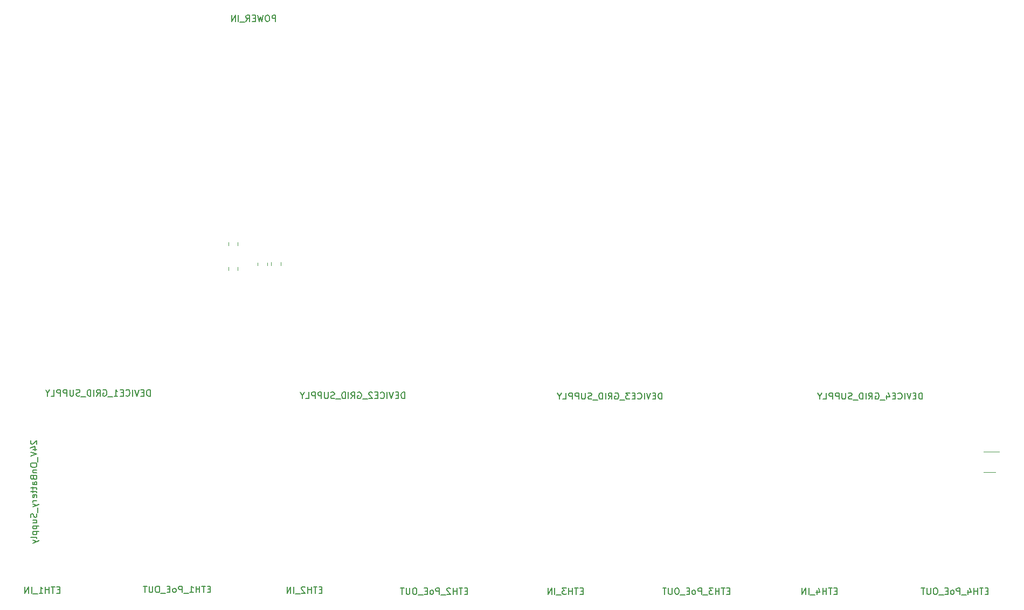
<source format=gbr>
%TF.GenerationSoftware,KiCad,Pcbnew,5.1.10*%
%TF.CreationDate,2021-11-10T11:01:34+01:00*%
%TF.ProjectId,Controller,436f6e74-726f-46c6-9c65-722e6b696361,rev?*%
%TF.SameCoordinates,Original*%
%TF.FileFunction,Legend,Bot*%
%TF.FilePolarity,Positive*%
%FSLAX46Y46*%
G04 Gerber Fmt 4.6, Leading zero omitted, Abs format (unit mm)*
G04 Created by KiCad (PCBNEW 5.1.10) date 2021-11-10 11:01:34*
%MOMM*%
%LPD*%
G01*
G04 APERTURE LIST*
%ADD10C,0.150000*%
%ADD11C,0.120000*%
G04 APERTURE END LIST*
D10*
X112452380Y-50552380D02*
X112452380Y-49552380D01*
X112071428Y-49552380D01*
X111976190Y-49600000D01*
X111928571Y-49647619D01*
X111880952Y-49742857D01*
X111880952Y-49885714D01*
X111928571Y-49980952D01*
X111976190Y-50028571D01*
X112071428Y-50076190D01*
X112452380Y-50076190D01*
X111261904Y-49552380D02*
X111071428Y-49552380D01*
X110976190Y-49600000D01*
X110880952Y-49695238D01*
X110833333Y-49885714D01*
X110833333Y-50219047D01*
X110880952Y-50409523D01*
X110976190Y-50504761D01*
X111071428Y-50552380D01*
X111261904Y-50552380D01*
X111357142Y-50504761D01*
X111452380Y-50409523D01*
X111500000Y-50219047D01*
X111500000Y-49885714D01*
X111452380Y-49695238D01*
X111357142Y-49600000D01*
X111261904Y-49552380D01*
X110500000Y-49552380D02*
X110261904Y-50552380D01*
X110071428Y-49838095D01*
X109880952Y-50552380D01*
X109642857Y-49552380D01*
X109261904Y-50028571D02*
X108928571Y-50028571D01*
X108785714Y-50552380D02*
X109261904Y-50552380D01*
X109261904Y-49552380D01*
X108785714Y-49552380D01*
X107785714Y-50552380D02*
X108119047Y-50076190D01*
X108357142Y-50552380D02*
X108357142Y-49552380D01*
X107976190Y-49552380D01*
X107880952Y-49600000D01*
X107833333Y-49647619D01*
X107785714Y-49742857D01*
X107785714Y-49885714D01*
X107833333Y-49980952D01*
X107880952Y-50028571D01*
X107976190Y-50076190D01*
X108357142Y-50076190D01*
X107595238Y-50647619D02*
X106833333Y-50647619D01*
X106595238Y-50552380D02*
X106595238Y-49552380D01*
X106119047Y-50552380D02*
X106119047Y-49552380D01*
X105547619Y-50552380D01*
X105547619Y-49552380D01*
X214042857Y-109952380D02*
X214042857Y-108952380D01*
X213804761Y-108952380D01*
X213661904Y-109000000D01*
X213566666Y-109095238D01*
X213519047Y-109190476D01*
X213471428Y-109380952D01*
X213471428Y-109523809D01*
X213519047Y-109714285D01*
X213566666Y-109809523D01*
X213661904Y-109904761D01*
X213804761Y-109952380D01*
X214042857Y-109952380D01*
X213042857Y-109428571D02*
X212709523Y-109428571D01*
X212566666Y-109952380D02*
X213042857Y-109952380D01*
X213042857Y-108952380D01*
X212566666Y-108952380D01*
X212280952Y-108952380D02*
X211947619Y-109952380D01*
X211614285Y-108952380D01*
X211280952Y-109952380D02*
X211280952Y-108952380D01*
X210233333Y-109857142D02*
X210280952Y-109904761D01*
X210423809Y-109952380D01*
X210519047Y-109952380D01*
X210661904Y-109904761D01*
X210757142Y-109809523D01*
X210804761Y-109714285D01*
X210852380Y-109523809D01*
X210852380Y-109380952D01*
X210804761Y-109190476D01*
X210757142Y-109095238D01*
X210661904Y-109000000D01*
X210519047Y-108952380D01*
X210423809Y-108952380D01*
X210280952Y-109000000D01*
X210233333Y-109047619D01*
X209804761Y-109428571D02*
X209471428Y-109428571D01*
X209328571Y-109952380D02*
X209804761Y-109952380D01*
X209804761Y-108952380D01*
X209328571Y-108952380D01*
X208471428Y-109285714D02*
X208471428Y-109952380D01*
X208709523Y-108904761D02*
X208947619Y-109619047D01*
X208328571Y-109619047D01*
X208185714Y-110047619D02*
X207423809Y-110047619D01*
X206661904Y-109000000D02*
X206757142Y-108952380D01*
X206900000Y-108952380D01*
X207042857Y-109000000D01*
X207138095Y-109095238D01*
X207185714Y-109190476D01*
X207233333Y-109380952D01*
X207233333Y-109523809D01*
X207185714Y-109714285D01*
X207138095Y-109809523D01*
X207042857Y-109904761D01*
X206900000Y-109952380D01*
X206804761Y-109952380D01*
X206661904Y-109904761D01*
X206614285Y-109857142D01*
X206614285Y-109523809D01*
X206804761Y-109523809D01*
X205614285Y-109952380D02*
X205947619Y-109476190D01*
X206185714Y-109952380D02*
X206185714Y-108952380D01*
X205804761Y-108952380D01*
X205709523Y-109000000D01*
X205661904Y-109047619D01*
X205614285Y-109142857D01*
X205614285Y-109285714D01*
X205661904Y-109380952D01*
X205709523Y-109428571D01*
X205804761Y-109476190D01*
X206185714Y-109476190D01*
X205185714Y-109952380D02*
X205185714Y-108952380D01*
X204709523Y-109952380D02*
X204709523Y-108952380D01*
X204471428Y-108952380D01*
X204328571Y-109000000D01*
X204233333Y-109095238D01*
X204185714Y-109190476D01*
X204138095Y-109380952D01*
X204138095Y-109523809D01*
X204185714Y-109714285D01*
X204233333Y-109809523D01*
X204328571Y-109904761D01*
X204471428Y-109952380D01*
X204709523Y-109952380D01*
X203947619Y-110047619D02*
X203185714Y-110047619D01*
X202995238Y-109904761D02*
X202852380Y-109952380D01*
X202614285Y-109952380D01*
X202519047Y-109904761D01*
X202471428Y-109857142D01*
X202423809Y-109761904D01*
X202423809Y-109666666D01*
X202471428Y-109571428D01*
X202519047Y-109523809D01*
X202614285Y-109476190D01*
X202804761Y-109428571D01*
X202900000Y-109380952D01*
X202947619Y-109333333D01*
X202995238Y-109238095D01*
X202995238Y-109142857D01*
X202947619Y-109047619D01*
X202900000Y-109000000D01*
X202804761Y-108952380D01*
X202566666Y-108952380D01*
X202423809Y-109000000D01*
X201995238Y-108952380D02*
X201995238Y-109761904D01*
X201947619Y-109857142D01*
X201900000Y-109904761D01*
X201804761Y-109952380D01*
X201614285Y-109952380D01*
X201519047Y-109904761D01*
X201471428Y-109857142D01*
X201423809Y-109761904D01*
X201423809Y-108952380D01*
X200947619Y-109952380D02*
X200947619Y-108952380D01*
X200566666Y-108952380D01*
X200471428Y-109000000D01*
X200423809Y-109047619D01*
X200376190Y-109142857D01*
X200376190Y-109285714D01*
X200423809Y-109380952D01*
X200471428Y-109428571D01*
X200566666Y-109476190D01*
X200947619Y-109476190D01*
X199947619Y-109952380D02*
X199947619Y-108952380D01*
X199566666Y-108952380D01*
X199471428Y-109000000D01*
X199423809Y-109047619D01*
X199376190Y-109142857D01*
X199376190Y-109285714D01*
X199423809Y-109380952D01*
X199471428Y-109428571D01*
X199566666Y-109476190D01*
X199947619Y-109476190D01*
X198471428Y-109952380D02*
X198947619Y-109952380D01*
X198947619Y-108952380D01*
X197947619Y-109476190D02*
X197947619Y-109952380D01*
X198280952Y-108952380D02*
X197947619Y-109476190D01*
X197614285Y-108952380D01*
X173142857Y-109952380D02*
X173142857Y-108952380D01*
X172904761Y-108952380D01*
X172761904Y-109000000D01*
X172666666Y-109095238D01*
X172619047Y-109190476D01*
X172571428Y-109380952D01*
X172571428Y-109523809D01*
X172619047Y-109714285D01*
X172666666Y-109809523D01*
X172761904Y-109904761D01*
X172904761Y-109952380D01*
X173142857Y-109952380D01*
X172142857Y-109428571D02*
X171809523Y-109428571D01*
X171666666Y-109952380D02*
X172142857Y-109952380D01*
X172142857Y-108952380D01*
X171666666Y-108952380D01*
X171380952Y-108952380D02*
X171047619Y-109952380D01*
X170714285Y-108952380D01*
X170380952Y-109952380D02*
X170380952Y-108952380D01*
X169333333Y-109857142D02*
X169380952Y-109904761D01*
X169523809Y-109952380D01*
X169619047Y-109952380D01*
X169761904Y-109904761D01*
X169857142Y-109809523D01*
X169904761Y-109714285D01*
X169952380Y-109523809D01*
X169952380Y-109380952D01*
X169904761Y-109190476D01*
X169857142Y-109095238D01*
X169761904Y-109000000D01*
X169619047Y-108952380D01*
X169523809Y-108952380D01*
X169380952Y-109000000D01*
X169333333Y-109047619D01*
X168904761Y-109428571D02*
X168571428Y-109428571D01*
X168428571Y-109952380D02*
X168904761Y-109952380D01*
X168904761Y-108952380D01*
X168428571Y-108952380D01*
X168095238Y-108952380D02*
X167476190Y-108952380D01*
X167809523Y-109333333D01*
X167666666Y-109333333D01*
X167571428Y-109380952D01*
X167523809Y-109428571D01*
X167476190Y-109523809D01*
X167476190Y-109761904D01*
X167523809Y-109857142D01*
X167571428Y-109904761D01*
X167666666Y-109952380D01*
X167952380Y-109952380D01*
X168047619Y-109904761D01*
X168095238Y-109857142D01*
X167285714Y-110047619D02*
X166523809Y-110047619D01*
X165761904Y-109000000D02*
X165857142Y-108952380D01*
X166000000Y-108952380D01*
X166142857Y-109000000D01*
X166238095Y-109095238D01*
X166285714Y-109190476D01*
X166333333Y-109380952D01*
X166333333Y-109523809D01*
X166285714Y-109714285D01*
X166238095Y-109809523D01*
X166142857Y-109904761D01*
X166000000Y-109952380D01*
X165904761Y-109952380D01*
X165761904Y-109904761D01*
X165714285Y-109857142D01*
X165714285Y-109523809D01*
X165904761Y-109523809D01*
X164714285Y-109952380D02*
X165047619Y-109476190D01*
X165285714Y-109952380D02*
X165285714Y-108952380D01*
X164904761Y-108952380D01*
X164809523Y-109000000D01*
X164761904Y-109047619D01*
X164714285Y-109142857D01*
X164714285Y-109285714D01*
X164761904Y-109380952D01*
X164809523Y-109428571D01*
X164904761Y-109476190D01*
X165285714Y-109476190D01*
X164285714Y-109952380D02*
X164285714Y-108952380D01*
X163809523Y-109952380D02*
X163809523Y-108952380D01*
X163571428Y-108952380D01*
X163428571Y-109000000D01*
X163333333Y-109095238D01*
X163285714Y-109190476D01*
X163238095Y-109380952D01*
X163238095Y-109523809D01*
X163285714Y-109714285D01*
X163333333Y-109809523D01*
X163428571Y-109904761D01*
X163571428Y-109952380D01*
X163809523Y-109952380D01*
X163047619Y-110047619D02*
X162285714Y-110047619D01*
X162095238Y-109904761D02*
X161952380Y-109952380D01*
X161714285Y-109952380D01*
X161619047Y-109904761D01*
X161571428Y-109857142D01*
X161523809Y-109761904D01*
X161523809Y-109666666D01*
X161571428Y-109571428D01*
X161619047Y-109523809D01*
X161714285Y-109476190D01*
X161904761Y-109428571D01*
X162000000Y-109380952D01*
X162047619Y-109333333D01*
X162095238Y-109238095D01*
X162095238Y-109142857D01*
X162047619Y-109047619D01*
X162000000Y-109000000D01*
X161904761Y-108952380D01*
X161666666Y-108952380D01*
X161523809Y-109000000D01*
X161095238Y-108952380D02*
X161095238Y-109761904D01*
X161047619Y-109857142D01*
X161000000Y-109904761D01*
X160904761Y-109952380D01*
X160714285Y-109952380D01*
X160619047Y-109904761D01*
X160571428Y-109857142D01*
X160523809Y-109761904D01*
X160523809Y-108952380D01*
X160047619Y-109952380D02*
X160047619Y-108952380D01*
X159666666Y-108952380D01*
X159571428Y-109000000D01*
X159523809Y-109047619D01*
X159476190Y-109142857D01*
X159476190Y-109285714D01*
X159523809Y-109380952D01*
X159571428Y-109428571D01*
X159666666Y-109476190D01*
X160047619Y-109476190D01*
X159047619Y-109952380D02*
X159047619Y-108952380D01*
X158666666Y-108952380D01*
X158571428Y-109000000D01*
X158523809Y-109047619D01*
X158476190Y-109142857D01*
X158476190Y-109285714D01*
X158523809Y-109380952D01*
X158571428Y-109428571D01*
X158666666Y-109476190D01*
X159047619Y-109476190D01*
X157571428Y-109952380D02*
X158047619Y-109952380D01*
X158047619Y-108952380D01*
X157047619Y-109476190D02*
X157047619Y-109952380D01*
X157380952Y-108952380D02*
X157047619Y-109476190D01*
X156714285Y-108952380D01*
X132742857Y-109852380D02*
X132742857Y-108852380D01*
X132504761Y-108852380D01*
X132361904Y-108900000D01*
X132266666Y-108995238D01*
X132219047Y-109090476D01*
X132171428Y-109280952D01*
X132171428Y-109423809D01*
X132219047Y-109614285D01*
X132266666Y-109709523D01*
X132361904Y-109804761D01*
X132504761Y-109852380D01*
X132742857Y-109852380D01*
X131742857Y-109328571D02*
X131409523Y-109328571D01*
X131266666Y-109852380D02*
X131742857Y-109852380D01*
X131742857Y-108852380D01*
X131266666Y-108852380D01*
X130980952Y-108852380D02*
X130647619Y-109852380D01*
X130314285Y-108852380D01*
X129980952Y-109852380D02*
X129980952Y-108852380D01*
X128933333Y-109757142D02*
X128980952Y-109804761D01*
X129123809Y-109852380D01*
X129219047Y-109852380D01*
X129361904Y-109804761D01*
X129457142Y-109709523D01*
X129504761Y-109614285D01*
X129552380Y-109423809D01*
X129552380Y-109280952D01*
X129504761Y-109090476D01*
X129457142Y-108995238D01*
X129361904Y-108900000D01*
X129219047Y-108852380D01*
X129123809Y-108852380D01*
X128980952Y-108900000D01*
X128933333Y-108947619D01*
X128504761Y-109328571D02*
X128171428Y-109328571D01*
X128028571Y-109852380D02*
X128504761Y-109852380D01*
X128504761Y-108852380D01*
X128028571Y-108852380D01*
X127647619Y-108947619D02*
X127600000Y-108900000D01*
X127504761Y-108852380D01*
X127266666Y-108852380D01*
X127171428Y-108900000D01*
X127123809Y-108947619D01*
X127076190Y-109042857D01*
X127076190Y-109138095D01*
X127123809Y-109280952D01*
X127695238Y-109852380D01*
X127076190Y-109852380D01*
X126885714Y-109947619D02*
X126123809Y-109947619D01*
X125361904Y-108900000D02*
X125457142Y-108852380D01*
X125600000Y-108852380D01*
X125742857Y-108900000D01*
X125838095Y-108995238D01*
X125885714Y-109090476D01*
X125933333Y-109280952D01*
X125933333Y-109423809D01*
X125885714Y-109614285D01*
X125838095Y-109709523D01*
X125742857Y-109804761D01*
X125600000Y-109852380D01*
X125504761Y-109852380D01*
X125361904Y-109804761D01*
X125314285Y-109757142D01*
X125314285Y-109423809D01*
X125504761Y-109423809D01*
X124314285Y-109852380D02*
X124647619Y-109376190D01*
X124885714Y-109852380D02*
X124885714Y-108852380D01*
X124504761Y-108852380D01*
X124409523Y-108900000D01*
X124361904Y-108947619D01*
X124314285Y-109042857D01*
X124314285Y-109185714D01*
X124361904Y-109280952D01*
X124409523Y-109328571D01*
X124504761Y-109376190D01*
X124885714Y-109376190D01*
X123885714Y-109852380D02*
X123885714Y-108852380D01*
X123409523Y-109852380D02*
X123409523Y-108852380D01*
X123171428Y-108852380D01*
X123028571Y-108900000D01*
X122933333Y-108995238D01*
X122885714Y-109090476D01*
X122838095Y-109280952D01*
X122838095Y-109423809D01*
X122885714Y-109614285D01*
X122933333Y-109709523D01*
X123028571Y-109804761D01*
X123171428Y-109852380D01*
X123409523Y-109852380D01*
X122647619Y-109947619D02*
X121885714Y-109947619D01*
X121695238Y-109804761D02*
X121552380Y-109852380D01*
X121314285Y-109852380D01*
X121219047Y-109804761D01*
X121171428Y-109757142D01*
X121123809Y-109661904D01*
X121123809Y-109566666D01*
X121171428Y-109471428D01*
X121219047Y-109423809D01*
X121314285Y-109376190D01*
X121504761Y-109328571D01*
X121600000Y-109280952D01*
X121647619Y-109233333D01*
X121695238Y-109138095D01*
X121695238Y-109042857D01*
X121647619Y-108947619D01*
X121600000Y-108900000D01*
X121504761Y-108852380D01*
X121266666Y-108852380D01*
X121123809Y-108900000D01*
X120695238Y-108852380D02*
X120695238Y-109661904D01*
X120647619Y-109757142D01*
X120600000Y-109804761D01*
X120504761Y-109852380D01*
X120314285Y-109852380D01*
X120219047Y-109804761D01*
X120171428Y-109757142D01*
X120123809Y-109661904D01*
X120123809Y-108852380D01*
X119647619Y-109852380D02*
X119647619Y-108852380D01*
X119266666Y-108852380D01*
X119171428Y-108900000D01*
X119123809Y-108947619D01*
X119076190Y-109042857D01*
X119076190Y-109185714D01*
X119123809Y-109280952D01*
X119171428Y-109328571D01*
X119266666Y-109376190D01*
X119647619Y-109376190D01*
X118647619Y-109852380D02*
X118647619Y-108852380D01*
X118266666Y-108852380D01*
X118171428Y-108900000D01*
X118123809Y-108947619D01*
X118076190Y-109042857D01*
X118076190Y-109185714D01*
X118123809Y-109280952D01*
X118171428Y-109328571D01*
X118266666Y-109376190D01*
X118647619Y-109376190D01*
X117171428Y-109852380D02*
X117647619Y-109852380D01*
X117647619Y-108852380D01*
X116647619Y-109376190D02*
X116647619Y-109852380D01*
X116980952Y-108852380D02*
X116647619Y-109376190D01*
X116314285Y-108852380D01*
X92742857Y-109452380D02*
X92742857Y-108452380D01*
X92504761Y-108452380D01*
X92361904Y-108500000D01*
X92266666Y-108595238D01*
X92219047Y-108690476D01*
X92171428Y-108880952D01*
X92171428Y-109023809D01*
X92219047Y-109214285D01*
X92266666Y-109309523D01*
X92361904Y-109404761D01*
X92504761Y-109452380D01*
X92742857Y-109452380D01*
X91742857Y-108928571D02*
X91409523Y-108928571D01*
X91266666Y-109452380D02*
X91742857Y-109452380D01*
X91742857Y-108452380D01*
X91266666Y-108452380D01*
X90980952Y-108452380D02*
X90647619Y-109452380D01*
X90314285Y-108452380D01*
X89980952Y-109452380D02*
X89980952Y-108452380D01*
X88933333Y-109357142D02*
X88980952Y-109404761D01*
X89123809Y-109452380D01*
X89219047Y-109452380D01*
X89361904Y-109404761D01*
X89457142Y-109309523D01*
X89504761Y-109214285D01*
X89552380Y-109023809D01*
X89552380Y-108880952D01*
X89504761Y-108690476D01*
X89457142Y-108595238D01*
X89361904Y-108500000D01*
X89219047Y-108452380D01*
X89123809Y-108452380D01*
X88980952Y-108500000D01*
X88933333Y-108547619D01*
X88504761Y-108928571D02*
X88171428Y-108928571D01*
X88028571Y-109452380D02*
X88504761Y-109452380D01*
X88504761Y-108452380D01*
X88028571Y-108452380D01*
X87076190Y-109452380D02*
X87647619Y-109452380D01*
X87361904Y-109452380D02*
X87361904Y-108452380D01*
X87457142Y-108595238D01*
X87552380Y-108690476D01*
X87647619Y-108738095D01*
X86885714Y-109547619D02*
X86123809Y-109547619D01*
X85361904Y-108500000D02*
X85457142Y-108452380D01*
X85600000Y-108452380D01*
X85742857Y-108500000D01*
X85838095Y-108595238D01*
X85885714Y-108690476D01*
X85933333Y-108880952D01*
X85933333Y-109023809D01*
X85885714Y-109214285D01*
X85838095Y-109309523D01*
X85742857Y-109404761D01*
X85600000Y-109452380D01*
X85504761Y-109452380D01*
X85361904Y-109404761D01*
X85314285Y-109357142D01*
X85314285Y-109023809D01*
X85504761Y-109023809D01*
X84314285Y-109452380D02*
X84647619Y-108976190D01*
X84885714Y-109452380D02*
X84885714Y-108452380D01*
X84504761Y-108452380D01*
X84409523Y-108500000D01*
X84361904Y-108547619D01*
X84314285Y-108642857D01*
X84314285Y-108785714D01*
X84361904Y-108880952D01*
X84409523Y-108928571D01*
X84504761Y-108976190D01*
X84885714Y-108976190D01*
X83885714Y-109452380D02*
X83885714Y-108452380D01*
X83409523Y-109452380D02*
X83409523Y-108452380D01*
X83171428Y-108452380D01*
X83028571Y-108500000D01*
X82933333Y-108595238D01*
X82885714Y-108690476D01*
X82838095Y-108880952D01*
X82838095Y-109023809D01*
X82885714Y-109214285D01*
X82933333Y-109309523D01*
X83028571Y-109404761D01*
X83171428Y-109452380D01*
X83409523Y-109452380D01*
X82647619Y-109547619D02*
X81885714Y-109547619D01*
X81695238Y-109404761D02*
X81552380Y-109452380D01*
X81314285Y-109452380D01*
X81219047Y-109404761D01*
X81171428Y-109357142D01*
X81123809Y-109261904D01*
X81123809Y-109166666D01*
X81171428Y-109071428D01*
X81219047Y-109023809D01*
X81314285Y-108976190D01*
X81504761Y-108928571D01*
X81600000Y-108880952D01*
X81647619Y-108833333D01*
X81695238Y-108738095D01*
X81695238Y-108642857D01*
X81647619Y-108547619D01*
X81600000Y-108500000D01*
X81504761Y-108452380D01*
X81266666Y-108452380D01*
X81123809Y-108500000D01*
X80695238Y-108452380D02*
X80695238Y-109261904D01*
X80647619Y-109357142D01*
X80600000Y-109404761D01*
X80504761Y-109452380D01*
X80314285Y-109452380D01*
X80219047Y-109404761D01*
X80171428Y-109357142D01*
X80123809Y-109261904D01*
X80123809Y-108452380D01*
X79647619Y-109452380D02*
X79647619Y-108452380D01*
X79266666Y-108452380D01*
X79171428Y-108500000D01*
X79123809Y-108547619D01*
X79076190Y-108642857D01*
X79076190Y-108785714D01*
X79123809Y-108880952D01*
X79171428Y-108928571D01*
X79266666Y-108976190D01*
X79647619Y-108976190D01*
X78647619Y-109452380D02*
X78647619Y-108452380D01*
X78266666Y-108452380D01*
X78171428Y-108500000D01*
X78123809Y-108547619D01*
X78076190Y-108642857D01*
X78076190Y-108785714D01*
X78123809Y-108880952D01*
X78171428Y-108928571D01*
X78266666Y-108976190D01*
X78647619Y-108976190D01*
X77171428Y-109452380D02*
X77647619Y-109452380D01*
X77647619Y-108452380D01*
X76647619Y-108976190D02*
X76647619Y-109452380D01*
X76980952Y-108452380D02*
X76647619Y-108976190D01*
X76314285Y-108452380D01*
X74047619Y-116452380D02*
X74000000Y-116500000D01*
X73952380Y-116595238D01*
X73952380Y-116833333D01*
X74000000Y-116928571D01*
X74047619Y-116976190D01*
X74142857Y-117023809D01*
X74238095Y-117023809D01*
X74380952Y-116976190D01*
X74952380Y-116404761D01*
X74952380Y-117023809D01*
X74285714Y-117880952D02*
X74952380Y-117880952D01*
X73904761Y-117642857D02*
X74619047Y-117404761D01*
X74619047Y-118023809D01*
X73952380Y-118261904D02*
X74952380Y-118595238D01*
X73952380Y-118928571D01*
X75047619Y-119023809D02*
X75047619Y-119785714D01*
X73952380Y-120214285D02*
X73952380Y-120404761D01*
X74000000Y-120500000D01*
X74095238Y-120595238D01*
X74285714Y-120642857D01*
X74619047Y-120642857D01*
X74809523Y-120595238D01*
X74904761Y-120500000D01*
X74952380Y-120404761D01*
X74952380Y-120214285D01*
X74904761Y-120119047D01*
X74809523Y-120023809D01*
X74619047Y-119976190D01*
X74285714Y-119976190D01*
X74095238Y-120023809D01*
X74000000Y-120119047D01*
X73952380Y-120214285D01*
X74285714Y-121071428D02*
X74952380Y-121071428D01*
X74380952Y-121071428D02*
X74333333Y-121119047D01*
X74285714Y-121214285D01*
X74285714Y-121357142D01*
X74333333Y-121452380D01*
X74428571Y-121500000D01*
X74952380Y-121500000D01*
X74428571Y-122309523D02*
X74476190Y-122452380D01*
X74523809Y-122500000D01*
X74619047Y-122547619D01*
X74761904Y-122547619D01*
X74857142Y-122500000D01*
X74904761Y-122452380D01*
X74952380Y-122357142D01*
X74952380Y-121976190D01*
X73952380Y-121976190D01*
X73952380Y-122309523D01*
X74000000Y-122404761D01*
X74047619Y-122452380D01*
X74142857Y-122500000D01*
X74238095Y-122500000D01*
X74333333Y-122452380D01*
X74380952Y-122404761D01*
X74428571Y-122309523D01*
X74428571Y-121976190D01*
X74952380Y-123404761D02*
X74428571Y-123404761D01*
X74333333Y-123357142D01*
X74285714Y-123261904D01*
X74285714Y-123071428D01*
X74333333Y-122976190D01*
X74904761Y-123404761D02*
X74952380Y-123309523D01*
X74952380Y-123071428D01*
X74904761Y-122976190D01*
X74809523Y-122928571D01*
X74714285Y-122928571D01*
X74619047Y-122976190D01*
X74571428Y-123071428D01*
X74571428Y-123309523D01*
X74523809Y-123404761D01*
X74285714Y-123738095D02*
X74285714Y-124119047D01*
X73952380Y-123880952D02*
X74809523Y-123880952D01*
X74904761Y-123928571D01*
X74952380Y-124023809D01*
X74952380Y-124119047D01*
X74285714Y-124309523D02*
X74285714Y-124690476D01*
X73952380Y-124452380D02*
X74809523Y-124452380D01*
X74904761Y-124500000D01*
X74952380Y-124595238D01*
X74952380Y-124690476D01*
X74904761Y-125404761D02*
X74952380Y-125309523D01*
X74952380Y-125119047D01*
X74904761Y-125023809D01*
X74809523Y-124976190D01*
X74428571Y-124976190D01*
X74333333Y-125023809D01*
X74285714Y-125119047D01*
X74285714Y-125309523D01*
X74333333Y-125404761D01*
X74428571Y-125452380D01*
X74523809Y-125452380D01*
X74619047Y-124976190D01*
X74952380Y-125880952D02*
X74285714Y-125880952D01*
X74476190Y-125880952D02*
X74380952Y-125928571D01*
X74333333Y-125976190D01*
X74285714Y-126071428D01*
X74285714Y-126166666D01*
X74285714Y-126404761D02*
X74952380Y-126642857D01*
X74285714Y-126880952D02*
X74952380Y-126642857D01*
X75190476Y-126547619D01*
X75238095Y-126500000D01*
X75285714Y-126404761D01*
X75047619Y-127023809D02*
X75047619Y-127785714D01*
X74904761Y-127976190D02*
X74952380Y-128119047D01*
X74952380Y-128357142D01*
X74904761Y-128452380D01*
X74857142Y-128500000D01*
X74761904Y-128547619D01*
X74666666Y-128547619D01*
X74571428Y-128500000D01*
X74523809Y-128452380D01*
X74476190Y-128357142D01*
X74428571Y-128166666D01*
X74380952Y-128071428D01*
X74333333Y-128023809D01*
X74238095Y-127976190D01*
X74142857Y-127976190D01*
X74047619Y-128023809D01*
X74000000Y-128071428D01*
X73952380Y-128166666D01*
X73952380Y-128404761D01*
X74000000Y-128547619D01*
X74285714Y-129404761D02*
X74952380Y-129404761D01*
X74285714Y-128976190D02*
X74809523Y-128976190D01*
X74904761Y-129023809D01*
X74952380Y-129119047D01*
X74952380Y-129261904D01*
X74904761Y-129357142D01*
X74857142Y-129404761D01*
X74285714Y-129880952D02*
X75285714Y-129880952D01*
X74333333Y-129880952D02*
X74285714Y-129976190D01*
X74285714Y-130166666D01*
X74333333Y-130261904D01*
X74380952Y-130309523D01*
X74476190Y-130357142D01*
X74761904Y-130357142D01*
X74857142Y-130309523D01*
X74904761Y-130261904D01*
X74952380Y-130166666D01*
X74952380Y-129976190D01*
X74904761Y-129880952D01*
X74285714Y-130785714D02*
X75285714Y-130785714D01*
X74333333Y-130785714D02*
X74285714Y-130880952D01*
X74285714Y-131071428D01*
X74333333Y-131166666D01*
X74380952Y-131214285D01*
X74476190Y-131261904D01*
X74761904Y-131261904D01*
X74857142Y-131214285D01*
X74904761Y-131166666D01*
X74952380Y-131071428D01*
X74952380Y-130880952D01*
X74904761Y-130785714D01*
X74952380Y-131833333D02*
X74904761Y-131738095D01*
X74809523Y-131690476D01*
X73952380Y-131690476D01*
X74285714Y-132119047D02*
X74952380Y-132357142D01*
X74285714Y-132595238D02*
X74952380Y-132357142D01*
X75190476Y-132261904D01*
X75238095Y-132214285D01*
X75285714Y-132119047D01*
X224390476Y-140128571D02*
X224057142Y-140128571D01*
X223914285Y-140652380D02*
X224390476Y-140652380D01*
X224390476Y-139652380D01*
X223914285Y-139652380D01*
X223628571Y-139652380D02*
X223057142Y-139652380D01*
X223342857Y-140652380D02*
X223342857Y-139652380D01*
X222723809Y-140652380D02*
X222723809Y-139652380D01*
X222723809Y-140128571D02*
X222152380Y-140128571D01*
X222152380Y-140652380D02*
X222152380Y-139652380D01*
X221247619Y-139985714D02*
X221247619Y-140652380D01*
X221485714Y-139604761D02*
X221723809Y-140319047D01*
X221104761Y-140319047D01*
X220961904Y-140747619D02*
X220200000Y-140747619D01*
X219961904Y-140652380D02*
X219961904Y-139652380D01*
X219580952Y-139652380D01*
X219485714Y-139700000D01*
X219438095Y-139747619D01*
X219390476Y-139842857D01*
X219390476Y-139985714D01*
X219438095Y-140080952D01*
X219485714Y-140128571D01*
X219580952Y-140176190D01*
X219961904Y-140176190D01*
X218819047Y-140652380D02*
X218914285Y-140604761D01*
X218961904Y-140557142D01*
X219009523Y-140461904D01*
X219009523Y-140176190D01*
X218961904Y-140080952D01*
X218914285Y-140033333D01*
X218819047Y-139985714D01*
X218676190Y-139985714D01*
X218580952Y-140033333D01*
X218533333Y-140080952D01*
X218485714Y-140176190D01*
X218485714Y-140461904D01*
X218533333Y-140557142D01*
X218580952Y-140604761D01*
X218676190Y-140652380D01*
X218819047Y-140652380D01*
X218057142Y-140128571D02*
X217723809Y-140128571D01*
X217580952Y-140652380D02*
X218057142Y-140652380D01*
X218057142Y-139652380D01*
X217580952Y-139652380D01*
X217390476Y-140747619D02*
X216628571Y-140747619D01*
X216200000Y-139652380D02*
X216009523Y-139652380D01*
X215914285Y-139700000D01*
X215819047Y-139795238D01*
X215771428Y-139985714D01*
X215771428Y-140319047D01*
X215819047Y-140509523D01*
X215914285Y-140604761D01*
X216009523Y-140652380D01*
X216200000Y-140652380D01*
X216295238Y-140604761D01*
X216390476Y-140509523D01*
X216438095Y-140319047D01*
X216438095Y-139985714D01*
X216390476Y-139795238D01*
X216295238Y-139700000D01*
X216200000Y-139652380D01*
X215342857Y-139652380D02*
X215342857Y-140461904D01*
X215295238Y-140557142D01*
X215247619Y-140604761D01*
X215152380Y-140652380D01*
X214961904Y-140652380D01*
X214866666Y-140604761D01*
X214819047Y-140557142D01*
X214771428Y-140461904D01*
X214771428Y-139652380D01*
X214438095Y-139652380D02*
X213866666Y-139652380D01*
X214152380Y-140652380D02*
X214152380Y-139652380D01*
X200638095Y-140128571D02*
X200304761Y-140128571D01*
X200161904Y-140652380D02*
X200638095Y-140652380D01*
X200638095Y-139652380D01*
X200161904Y-139652380D01*
X199876190Y-139652380D02*
X199304761Y-139652380D01*
X199590476Y-140652380D02*
X199590476Y-139652380D01*
X198971428Y-140652380D02*
X198971428Y-139652380D01*
X198971428Y-140128571D02*
X198400000Y-140128571D01*
X198400000Y-140652380D02*
X198400000Y-139652380D01*
X197495238Y-139985714D02*
X197495238Y-140652380D01*
X197733333Y-139604761D02*
X197971428Y-140319047D01*
X197352380Y-140319047D01*
X197209523Y-140747619D02*
X196447619Y-140747619D01*
X196209523Y-140652380D02*
X196209523Y-139652380D01*
X195733333Y-140652380D02*
X195733333Y-139652380D01*
X195161904Y-140652380D01*
X195161904Y-139652380D01*
X183790476Y-140128571D02*
X183457142Y-140128571D01*
X183314285Y-140652380D02*
X183790476Y-140652380D01*
X183790476Y-139652380D01*
X183314285Y-139652380D01*
X183028571Y-139652380D02*
X182457142Y-139652380D01*
X182742857Y-140652380D02*
X182742857Y-139652380D01*
X182123809Y-140652380D02*
X182123809Y-139652380D01*
X182123809Y-140128571D02*
X181552380Y-140128571D01*
X181552380Y-140652380D02*
X181552380Y-139652380D01*
X181171428Y-139652380D02*
X180552380Y-139652380D01*
X180885714Y-140033333D01*
X180742857Y-140033333D01*
X180647619Y-140080952D01*
X180600000Y-140128571D01*
X180552380Y-140223809D01*
X180552380Y-140461904D01*
X180600000Y-140557142D01*
X180647619Y-140604761D01*
X180742857Y-140652380D01*
X181028571Y-140652380D01*
X181123809Y-140604761D01*
X181171428Y-140557142D01*
X180361904Y-140747619D02*
X179600000Y-140747619D01*
X179361904Y-140652380D02*
X179361904Y-139652380D01*
X178980952Y-139652380D01*
X178885714Y-139700000D01*
X178838095Y-139747619D01*
X178790476Y-139842857D01*
X178790476Y-139985714D01*
X178838095Y-140080952D01*
X178885714Y-140128571D01*
X178980952Y-140176190D01*
X179361904Y-140176190D01*
X178219047Y-140652380D02*
X178314285Y-140604761D01*
X178361904Y-140557142D01*
X178409523Y-140461904D01*
X178409523Y-140176190D01*
X178361904Y-140080952D01*
X178314285Y-140033333D01*
X178219047Y-139985714D01*
X178076190Y-139985714D01*
X177980952Y-140033333D01*
X177933333Y-140080952D01*
X177885714Y-140176190D01*
X177885714Y-140461904D01*
X177933333Y-140557142D01*
X177980952Y-140604761D01*
X178076190Y-140652380D01*
X178219047Y-140652380D01*
X177457142Y-140128571D02*
X177123809Y-140128571D01*
X176980952Y-140652380D02*
X177457142Y-140652380D01*
X177457142Y-139652380D01*
X176980952Y-139652380D01*
X176790476Y-140747619D02*
X176028571Y-140747619D01*
X175600000Y-139652380D02*
X175409523Y-139652380D01*
X175314285Y-139700000D01*
X175219047Y-139795238D01*
X175171428Y-139985714D01*
X175171428Y-140319047D01*
X175219047Y-140509523D01*
X175314285Y-140604761D01*
X175409523Y-140652380D01*
X175600000Y-140652380D01*
X175695238Y-140604761D01*
X175790476Y-140509523D01*
X175838095Y-140319047D01*
X175838095Y-139985714D01*
X175790476Y-139795238D01*
X175695238Y-139700000D01*
X175600000Y-139652380D01*
X174742857Y-139652380D02*
X174742857Y-140461904D01*
X174695238Y-140557142D01*
X174647619Y-140604761D01*
X174552380Y-140652380D01*
X174361904Y-140652380D01*
X174266666Y-140604761D01*
X174219047Y-140557142D01*
X174171428Y-140461904D01*
X174171428Y-139652380D01*
X173838095Y-139652380D02*
X173266666Y-139652380D01*
X173552380Y-140652380D02*
X173552380Y-139652380D01*
X160738095Y-140128571D02*
X160404761Y-140128571D01*
X160261904Y-140652380D02*
X160738095Y-140652380D01*
X160738095Y-139652380D01*
X160261904Y-139652380D01*
X159976190Y-139652380D02*
X159404761Y-139652380D01*
X159690476Y-140652380D02*
X159690476Y-139652380D01*
X159071428Y-140652380D02*
X159071428Y-139652380D01*
X159071428Y-140128571D02*
X158500000Y-140128571D01*
X158500000Y-140652380D02*
X158500000Y-139652380D01*
X158119047Y-139652380D02*
X157500000Y-139652380D01*
X157833333Y-140033333D01*
X157690476Y-140033333D01*
X157595238Y-140080952D01*
X157547619Y-140128571D01*
X157500000Y-140223809D01*
X157500000Y-140461904D01*
X157547619Y-140557142D01*
X157595238Y-140604761D01*
X157690476Y-140652380D01*
X157976190Y-140652380D01*
X158071428Y-140604761D01*
X158119047Y-140557142D01*
X157309523Y-140747619D02*
X156547619Y-140747619D01*
X156309523Y-140652380D02*
X156309523Y-139652380D01*
X155833333Y-140652380D02*
X155833333Y-139652380D01*
X155261904Y-140652380D01*
X155261904Y-139652380D01*
X142590476Y-140128571D02*
X142257142Y-140128571D01*
X142114285Y-140652380D02*
X142590476Y-140652380D01*
X142590476Y-139652380D01*
X142114285Y-139652380D01*
X141828571Y-139652380D02*
X141257142Y-139652380D01*
X141542857Y-140652380D02*
X141542857Y-139652380D01*
X140923809Y-140652380D02*
X140923809Y-139652380D01*
X140923809Y-140128571D02*
X140352380Y-140128571D01*
X140352380Y-140652380D02*
X140352380Y-139652380D01*
X139923809Y-139747619D02*
X139876190Y-139700000D01*
X139780952Y-139652380D01*
X139542857Y-139652380D01*
X139447619Y-139700000D01*
X139400000Y-139747619D01*
X139352380Y-139842857D01*
X139352380Y-139938095D01*
X139400000Y-140080952D01*
X139971428Y-140652380D01*
X139352380Y-140652380D01*
X139161904Y-140747619D02*
X138400000Y-140747619D01*
X138161904Y-140652380D02*
X138161904Y-139652380D01*
X137780952Y-139652380D01*
X137685714Y-139700000D01*
X137638095Y-139747619D01*
X137590476Y-139842857D01*
X137590476Y-139985714D01*
X137638095Y-140080952D01*
X137685714Y-140128571D01*
X137780952Y-140176190D01*
X138161904Y-140176190D01*
X137019047Y-140652380D02*
X137114285Y-140604761D01*
X137161904Y-140557142D01*
X137209523Y-140461904D01*
X137209523Y-140176190D01*
X137161904Y-140080952D01*
X137114285Y-140033333D01*
X137019047Y-139985714D01*
X136876190Y-139985714D01*
X136780952Y-140033333D01*
X136733333Y-140080952D01*
X136685714Y-140176190D01*
X136685714Y-140461904D01*
X136733333Y-140557142D01*
X136780952Y-140604761D01*
X136876190Y-140652380D01*
X137019047Y-140652380D01*
X136257142Y-140128571D02*
X135923809Y-140128571D01*
X135780952Y-140652380D02*
X136257142Y-140652380D01*
X136257142Y-139652380D01*
X135780952Y-139652380D01*
X135590476Y-140747619D02*
X134828571Y-140747619D01*
X134400000Y-139652380D02*
X134209523Y-139652380D01*
X134114285Y-139700000D01*
X134019047Y-139795238D01*
X133971428Y-139985714D01*
X133971428Y-140319047D01*
X134019047Y-140509523D01*
X134114285Y-140604761D01*
X134209523Y-140652380D01*
X134400000Y-140652380D01*
X134495238Y-140604761D01*
X134590476Y-140509523D01*
X134638095Y-140319047D01*
X134638095Y-139985714D01*
X134590476Y-139795238D01*
X134495238Y-139700000D01*
X134400000Y-139652380D01*
X133542857Y-139652380D02*
X133542857Y-140461904D01*
X133495238Y-140557142D01*
X133447619Y-140604761D01*
X133352380Y-140652380D01*
X133161904Y-140652380D01*
X133066666Y-140604761D01*
X133019047Y-140557142D01*
X132971428Y-140461904D01*
X132971428Y-139652380D01*
X132638095Y-139652380D02*
X132066666Y-139652380D01*
X132352380Y-140652380D02*
X132352380Y-139652380D01*
X119738095Y-139928571D02*
X119404761Y-139928571D01*
X119261904Y-140452380D02*
X119738095Y-140452380D01*
X119738095Y-139452380D01*
X119261904Y-139452380D01*
X118976190Y-139452380D02*
X118404761Y-139452380D01*
X118690476Y-140452380D02*
X118690476Y-139452380D01*
X118071428Y-140452380D02*
X118071428Y-139452380D01*
X118071428Y-139928571D02*
X117500000Y-139928571D01*
X117500000Y-140452380D02*
X117500000Y-139452380D01*
X117071428Y-139547619D02*
X117023809Y-139500000D01*
X116928571Y-139452380D01*
X116690476Y-139452380D01*
X116595238Y-139500000D01*
X116547619Y-139547619D01*
X116500000Y-139642857D01*
X116500000Y-139738095D01*
X116547619Y-139880952D01*
X117119047Y-140452380D01*
X116500000Y-140452380D01*
X116309523Y-140547619D02*
X115547619Y-140547619D01*
X115309523Y-140452380D02*
X115309523Y-139452380D01*
X114833333Y-140452380D02*
X114833333Y-139452380D01*
X114261904Y-140452380D01*
X114261904Y-139452380D01*
X102190476Y-139828571D02*
X101857142Y-139828571D01*
X101714285Y-140352380D02*
X102190476Y-140352380D01*
X102190476Y-139352380D01*
X101714285Y-139352380D01*
X101428571Y-139352380D02*
X100857142Y-139352380D01*
X101142857Y-140352380D02*
X101142857Y-139352380D01*
X100523809Y-140352380D02*
X100523809Y-139352380D01*
X100523809Y-139828571D02*
X99952380Y-139828571D01*
X99952380Y-140352380D02*
X99952380Y-139352380D01*
X98952380Y-140352380D02*
X99523809Y-140352380D01*
X99238095Y-140352380D02*
X99238095Y-139352380D01*
X99333333Y-139495238D01*
X99428571Y-139590476D01*
X99523809Y-139638095D01*
X98761904Y-140447619D02*
X98000000Y-140447619D01*
X97761904Y-140352380D02*
X97761904Y-139352380D01*
X97380952Y-139352380D01*
X97285714Y-139400000D01*
X97238095Y-139447619D01*
X97190476Y-139542857D01*
X97190476Y-139685714D01*
X97238095Y-139780952D01*
X97285714Y-139828571D01*
X97380952Y-139876190D01*
X97761904Y-139876190D01*
X96619047Y-140352380D02*
X96714285Y-140304761D01*
X96761904Y-140257142D01*
X96809523Y-140161904D01*
X96809523Y-139876190D01*
X96761904Y-139780952D01*
X96714285Y-139733333D01*
X96619047Y-139685714D01*
X96476190Y-139685714D01*
X96380952Y-139733333D01*
X96333333Y-139780952D01*
X96285714Y-139876190D01*
X96285714Y-140161904D01*
X96333333Y-140257142D01*
X96380952Y-140304761D01*
X96476190Y-140352380D01*
X96619047Y-140352380D01*
X95857142Y-139828571D02*
X95523809Y-139828571D01*
X95380952Y-140352380D02*
X95857142Y-140352380D01*
X95857142Y-139352380D01*
X95380952Y-139352380D01*
X95190476Y-140447619D02*
X94428571Y-140447619D01*
X94000000Y-139352380D02*
X93809523Y-139352380D01*
X93714285Y-139400000D01*
X93619047Y-139495238D01*
X93571428Y-139685714D01*
X93571428Y-140019047D01*
X93619047Y-140209523D01*
X93714285Y-140304761D01*
X93809523Y-140352380D01*
X94000000Y-140352380D01*
X94095238Y-140304761D01*
X94190476Y-140209523D01*
X94238095Y-140019047D01*
X94238095Y-139685714D01*
X94190476Y-139495238D01*
X94095238Y-139400000D01*
X94000000Y-139352380D01*
X93142857Y-139352380D02*
X93142857Y-140161904D01*
X93095238Y-140257142D01*
X93047619Y-140304761D01*
X92952380Y-140352380D01*
X92761904Y-140352380D01*
X92666666Y-140304761D01*
X92619047Y-140257142D01*
X92571428Y-140161904D01*
X92571428Y-139352380D01*
X92238095Y-139352380D02*
X91666666Y-139352380D01*
X91952380Y-140352380D02*
X91952380Y-139352380D01*
X78538095Y-139928571D02*
X78204761Y-139928571D01*
X78061904Y-140452380D02*
X78538095Y-140452380D01*
X78538095Y-139452380D01*
X78061904Y-139452380D01*
X77776190Y-139452380D02*
X77204761Y-139452380D01*
X77490476Y-140452380D02*
X77490476Y-139452380D01*
X76871428Y-140452380D02*
X76871428Y-139452380D01*
X76871428Y-139928571D02*
X76300000Y-139928571D01*
X76300000Y-140452380D02*
X76300000Y-139452380D01*
X75300000Y-140452380D02*
X75871428Y-140452380D01*
X75585714Y-140452380D02*
X75585714Y-139452380D01*
X75680952Y-139595238D01*
X75776190Y-139690476D01*
X75871428Y-139738095D01*
X75109523Y-140547619D02*
X74347619Y-140547619D01*
X74109523Y-140452380D02*
X74109523Y-139452380D01*
X73633333Y-140452380D02*
X73633333Y-139452380D01*
X73061904Y-140452380D01*
X73061904Y-139452380D01*
D11*
%TO.C,U9*%
X225500000Y-121410000D02*
X223700000Y-121410000D01*
X223700000Y-118190000D02*
X226150000Y-118190000D01*
%TO.C,R2*%
X111135000Y-88927064D02*
X111135000Y-88472936D01*
X109665000Y-88927064D02*
X109665000Y-88472936D01*
%TO.C,C4*%
X106535000Y-89661252D02*
X106535000Y-89138748D01*
X105065000Y-89661252D02*
X105065000Y-89138748D01*
%TO.C,C3*%
X105065000Y-85238748D02*
X105065000Y-85761252D01*
X106535000Y-85238748D02*
X106535000Y-85761252D01*
%TO.C,C1*%
X111765000Y-88438748D02*
X111765000Y-88961252D01*
X113235000Y-88438748D02*
X113235000Y-88961252D01*
%TD*%
M02*

</source>
